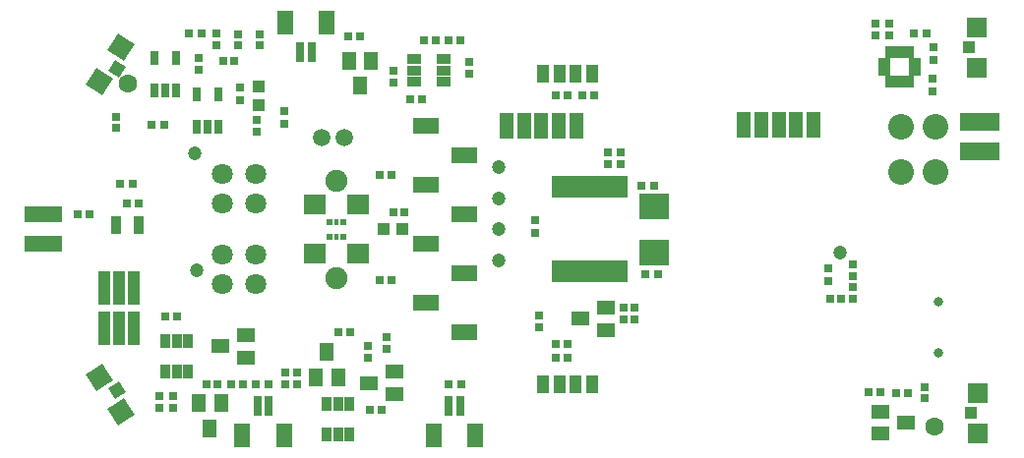
<source format=gts>
G04*
G04 #@! TF.GenerationSoftware,Altium Limited,Altium Designer,18.0.9 (584)*
G04*
G04 Layer_Color=8388736*
%FSLAX44Y44*%
%MOMM*%
G71*
G01*
G75*
%ADD52R,1.2222X2.2032*%
%ADD53R,2.6032X2.2032*%
%ADD54R,1.1032X1.1032*%
%ADD55R,0.8032X0.8032*%
%ADD56R,0.8032X0.8032*%
%ADD57R,1.1032X1.1032*%
%ADD58P,2.4087X4X282.3*%
%ADD59P,1.5602X4X282.3*%
%ADD60P,1.5602X4X347.7*%
%ADD61P,2.4087X4X347.7*%
%ADD62R,3.4000X1.6000*%
%ADD63R,1.9532X1.7032*%
%ADD64R,3.2032X1.4032*%
%ADD65R,1.7032X1.7032*%
%ADD66R,0.6032X0.6032*%
%ADD67R,0.4032X0.6032*%
%ADD68R,1.0996X2.9496*%
%ADD69R,2.3102X1.4001*%
%ADD70R,1.6032X1.2032*%
%ADD71R,0.7032X0.8032*%
%ADD72R,0.9032X1.5032*%
%ADD73R,0.8032X0.7032*%
%ADD74R,0.8032X1.3032*%
%ADD75R,0.5082X1.0162*%
%ADD76R,1.0162X0.5082*%
%ADD77R,0.9032X1.2032*%
%ADD78R,1.2032X0.9032*%
%ADD79R,0.6532X1.9532*%
%ADD80R,1.0032X1.6032*%
%ADD81C,1.2032*%
%ADD82C,1.6000*%
%ADD83R,1.2032X1.6032*%
%ADD84R,0.8032X1.7532*%
%ADD85R,1.4032X2.0032*%
%ADD86C,0.9032*%
%ADD87C,1.8034*%
%ADD88C,2.2032*%
%ADD89C,1.9024*%
%ADD90C,1.5028*%
%ADD91C,0.8032*%
D52*
X420559Y278892D02*
D03*
X435559D02*
D03*
X450559D02*
D03*
X465559D02*
D03*
X480559D02*
D03*
X684761Y279500D02*
D03*
X669761D02*
D03*
X654761D02*
D03*
X639761D02*
D03*
X624761D02*
D03*
D53*
X547398Y169648D02*
D03*
Y209648D02*
D03*
D54*
X314643Y189992D02*
D03*
X330643D02*
D03*
D55*
X550672Y151384D02*
D03*
X539672D02*
D03*
X536702Y227076D02*
D03*
X547702D02*
D03*
X87802Y229304D02*
D03*
X98802D02*
D03*
X782001Y358394D02*
D03*
X771001D02*
D03*
X370190Y56200D02*
D03*
X381190D02*
D03*
X205050Y56550D02*
D03*
X216050D02*
D03*
X114800Y279800D02*
D03*
X125800D02*
D03*
X158000Y358750D02*
D03*
X147000D02*
D03*
D56*
X787602Y346482D02*
D03*
Y335482D02*
D03*
X190935Y312250D02*
D03*
Y301250D02*
D03*
X786840Y309066D02*
D03*
Y320066D02*
D03*
X228800Y291550D02*
D03*
Y280550D02*
D03*
X445464Y197638D02*
D03*
Y186638D02*
D03*
X697550Y156550D02*
D03*
Y145550D02*
D03*
D57*
X206935Y296750D02*
D03*
Y312750D02*
D03*
X819750Y31470D02*
D03*
X818500Y346430D02*
D03*
D58*
X88928Y346550D02*
D03*
X70041Y317084D02*
D03*
D59*
X84957Y328309D02*
D03*
D60*
X84976Y51252D02*
D03*
D61*
X88948Y33011D02*
D03*
X70060Y62477D02*
D03*
D62*
X828050Y282050D02*
D03*
Y257050D02*
D03*
D63*
X255448Y211272D02*
D03*
X292948D02*
D03*
X255198Y168772D02*
D03*
X292698D02*
D03*
D64*
X21520Y177690D02*
D03*
Y202690D02*
D03*
D65*
X826250Y13970D02*
D03*
Y48970D02*
D03*
X825000Y363930D02*
D03*
Y328930D02*
D03*
D66*
X280066Y196388D02*
D03*
X268066D02*
D03*
Y183388D02*
D03*
X280066D02*
D03*
D67*
X274066Y196388D02*
D03*
Y183388D02*
D03*
D68*
X73998Y139462D02*
D03*
X86698D02*
D03*
X99398D02*
D03*
X73998Y104962D02*
D03*
X86698D02*
D03*
X99398D02*
D03*
D69*
X383798Y101152D02*
D03*
X350898Y126552D02*
D03*
X383798Y151952D02*
D03*
X350898Y177352D02*
D03*
X383798Y202752D02*
D03*
X350898Y228152D02*
D03*
X383798Y253552D02*
D03*
X350898Y278952D02*
D03*
D70*
X742286Y13614D02*
D03*
Y32614D02*
D03*
X764286Y23114D02*
D03*
X505800Y122300D02*
D03*
Y103300D02*
D03*
X483800Y112800D02*
D03*
X323800Y67050D02*
D03*
Y48050D02*
D03*
X301800Y57550D02*
D03*
X196550Y98550D02*
D03*
Y79550D02*
D03*
X174550Y89050D02*
D03*
D71*
X332769Y204470D02*
D03*
X322769D02*
D03*
X93896Y212032D02*
D03*
X103896D02*
D03*
X321250Y237000D02*
D03*
X311250D02*
D03*
X321250Y146250D02*
D03*
X311250D02*
D03*
X61685Y202750D02*
D03*
X51685D02*
D03*
X766098Y49090D02*
D03*
X756098D02*
D03*
X732250Y49750D02*
D03*
X742250D02*
D03*
X186376Y335094D02*
D03*
X176376D02*
D03*
X472685Y79250D02*
D03*
X462685D02*
D03*
X472685Y90750D02*
D03*
X462685D02*
D03*
X530948Y112022D02*
D03*
X520948D02*
D03*
X530948Y122272D02*
D03*
X520948D02*
D03*
X473137Y305054D02*
D03*
X463137D02*
D03*
X496050Y305050D02*
D03*
X486050D02*
D03*
X127100Y114876D02*
D03*
X137100D02*
D03*
X303211Y34036D02*
D03*
X313211D02*
D03*
X275664Y100858D02*
D03*
X285664D02*
D03*
X230050Y56050D02*
D03*
X240050D02*
D03*
X229935Y66250D02*
D03*
X239935D02*
D03*
X171935Y56500D02*
D03*
X161935D02*
D03*
X183435D02*
D03*
X193435D02*
D03*
X294174Y355880D02*
D03*
X284174D02*
D03*
X708702Y130074D02*
D03*
X698702D02*
D03*
X359612Y352578D02*
D03*
X349612D02*
D03*
X347550Y302050D02*
D03*
X337550D02*
D03*
X371000Y352500D02*
D03*
X381000D02*
D03*
D72*
X103800Y193550D02*
D03*
X84800D02*
D03*
D73*
X780482Y44170D02*
D03*
Y54170D02*
D03*
X518414Y246380D02*
D03*
Y256380D02*
D03*
X507746Y246286D02*
D03*
Y256286D02*
D03*
X170877Y358394D02*
D03*
Y348394D02*
D03*
X750010Y357056D02*
D03*
Y367056D02*
D03*
X738313Y357124D02*
D03*
Y367124D02*
D03*
X205550Y273800D02*
D03*
Y283800D02*
D03*
X189673Y358140D02*
D03*
Y348140D02*
D03*
X448435Y105500D02*
D03*
Y115500D02*
D03*
X317300Y86800D02*
D03*
Y96800D02*
D03*
X121685Y36000D02*
D03*
Y46000D02*
D03*
X133185D02*
D03*
Y36000D02*
D03*
X300935Y89500D02*
D03*
Y79500D02*
D03*
X155891Y337660D02*
D03*
Y327660D02*
D03*
X84300Y287050D02*
D03*
Y277050D02*
D03*
X322769Y316644D02*
D03*
Y326644D02*
D03*
X208215Y358140D02*
D03*
Y348140D02*
D03*
X718734Y159626D02*
D03*
Y149626D02*
D03*
X718768Y130328D02*
D03*
Y140328D02*
D03*
X388301Y334010D02*
D03*
Y324010D02*
D03*
D74*
X153550Y278050D02*
D03*
X163050D02*
D03*
X172550D02*
D03*
Y306050D02*
D03*
X153550D02*
D03*
X117186Y309694D02*
D03*
X126686D02*
D03*
X136186D02*
D03*
Y337694D02*
D03*
X117186D02*
D03*
D75*
X758798Y342302D02*
D03*
X753798D02*
D03*
X748798D02*
D03*
X763798D02*
D03*
X768798D02*
D03*
X758798Y316802D02*
D03*
X763798D02*
D03*
X768798D02*
D03*
X753798D02*
D03*
X748798D02*
D03*
D76*
X771548Y329552D02*
D03*
Y334552D02*
D03*
Y324552D02*
D03*
X746048D02*
D03*
Y334552D02*
D03*
Y329552D02*
D03*
D77*
X146092Y93540D02*
D03*
X136592D02*
D03*
X127092D02*
D03*
X136592Y67540D02*
D03*
X127092D02*
D03*
X146092D02*
D03*
X284902Y13390D02*
D03*
X265902D02*
D03*
X275402D02*
D03*
X265902Y39390D02*
D03*
X275402D02*
D03*
X284902D02*
D03*
D78*
X340554Y336212D02*
D03*
Y326712D02*
D03*
Y317212D02*
D03*
X366554Y326712D02*
D03*
Y317212D02*
D03*
Y336212D02*
D03*
D79*
X463052Y226128D02*
D03*
X469552D02*
D03*
X476052D02*
D03*
X482552D02*
D03*
X489052D02*
D03*
X495552D02*
D03*
X521552D02*
D03*
X515052D02*
D03*
X508552D02*
D03*
X502052D02*
D03*
Y154128D02*
D03*
X508552D02*
D03*
X515052D02*
D03*
X521552D02*
D03*
X495552D02*
D03*
X489052D02*
D03*
X482552D02*
D03*
X476052D02*
D03*
X469552D02*
D03*
X463052D02*
D03*
D80*
X494050Y56050D02*
D03*
X480050D02*
D03*
X466050D02*
D03*
X452050D02*
D03*
X494050Y324050D02*
D03*
X480050D02*
D03*
X466050D02*
D03*
X452050D02*
D03*
D81*
X413512Y243332D02*
D03*
X152146Y255016D02*
D03*
X413512Y189738D02*
D03*
X707267Y169750D02*
D03*
X413512Y216662D02*
D03*
Y162814D02*
D03*
X153685Y154750D02*
D03*
D82*
X789198Y19522D02*
D03*
X94690Y315240D02*
D03*
D83*
X275352Y62348D02*
D03*
X256352D02*
D03*
X265852Y84348D02*
D03*
X155750Y40000D02*
D03*
X174750D02*
D03*
X165250Y18000D02*
D03*
X284986Y335306D02*
D03*
X303986D02*
D03*
X294486Y313306D02*
D03*
D84*
X370640Y37510D02*
D03*
X380640D02*
D03*
X206050D02*
D03*
X216050D02*
D03*
X252800Y342800D02*
D03*
X242800D02*
D03*
D85*
X357640Y12260D02*
D03*
X393640D02*
D03*
X193050D02*
D03*
X229050D02*
D03*
X265800Y368050D02*
D03*
X229800D02*
D03*
D86*
X480559Y278892D02*
D03*
X465559D02*
D03*
X450559D02*
D03*
X435559D02*
D03*
X420559D02*
D03*
X624761Y279500D02*
D03*
X639761D02*
D03*
X654761D02*
D03*
X669761D02*
D03*
X684761D02*
D03*
D87*
X176238Y142312D02*
D03*
X204238D02*
D03*
X176238Y167712D02*
D03*
X204238D02*
D03*
Y237712D02*
D03*
X176238D02*
D03*
X204238Y212312D02*
D03*
X176238D02*
D03*
D88*
X789700Y278500D02*
D03*
X760000D02*
D03*
X789700Y239500D02*
D03*
X760000D02*
D03*
D89*
X274040Y232010D02*
D03*
Y148010D02*
D03*
D90*
X280697Y269272D02*
D03*
X261698D02*
D03*
D91*
X791948Y127572D02*
D03*
Y83572D02*
D03*
M02*

</source>
